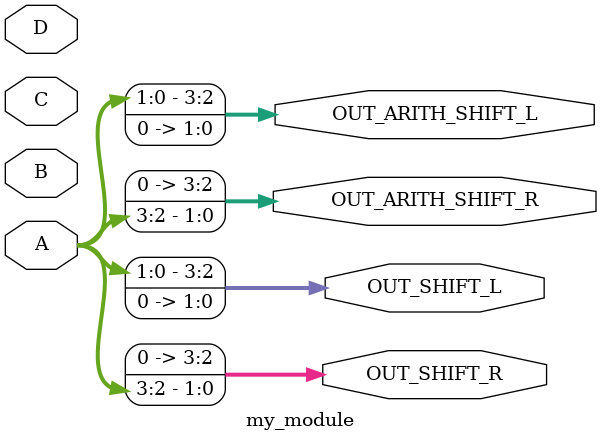
<source format=v>
`timescale 1ns / 1ps // ½Ã°£ ´ÜÀ§ / ½Ã¹Ä·¹ÀÌ¼Ç ´ÜÀ§


module my_module(
    input [3:0] A,
    input [3:0] B,
    input [3:0] C,
    input [3:0] D,
    //output [3:0] OUT_AND,
    //output [3:0] OUT_OR,
    //output [3:0] OUT_XOR,
    //output [3:0] OUT_NOT
    
    //output OUT_AND,
    //output OUT_OR,
    //output OUT_TEST,
    //output OUT_NOT
    
    //output OUT_L,
    //output OUT_G,
    //output OUT_LE,
    //output OUT_GE
    
    //output [1:0] OUT_LOGIC_E,
    //output [1:0] OUT_LOGIC_NE,
    //output [1:0] OUT_CASE_E,
    //output [1:0] OUT_CASE_NE
    
    //output [1:0] OUT_RE_AND,
    //output [1:0] OUT_RE_NAND,
    //output [1:0] OUT_RE_OR,
    //output [1:0] OUT_RE_NOR,
    //output [1:0] OUT_RE_XOR,
    //output [1:0] OUT_RE_XNOR
    
    //output [3:0] OUT_CONDITION,
    //output [7:0] OUT_CONCATENATION,
    //output [11:0] OUT_REPLICATION
    
    output [3:0] OUT_SHIFT_R,
    output [3:0] OUT_SHIFT_L,
    output [3:0] OUT_ARITH_SHIFT_R,
    output [3:0] OUT_ARITH_SHIFT_L
    );
    
    //assign OUT_AND = A & B;
    //assign OUT_OR = A | C;
    //assign OUT_XOR = A ^ C;
    //assign OUT_NOT = ~C;
    
    //assign OUT_AND = A && B;
    //assign OUT_OR = A || C;
    //assign OUT_TEST = A && C; // ³ªÀÇ ±Ã±ÝÁõÀ» À§ÇÑ Å×½ºÆ®
    //assign OUT_NOT = !C;
    
    //assign OUT_L = A < B;
    //assign OUT_G = A > B;
    //assign OUT_LE = A <= B;
    //assign OUT_GE = A >= B;
    
    //assign OUT_LOGIC_E[0] = A == B;
    //assign OUT_LOGIC_NE[0] = A != B;
    //assign OUT_CASE_E[0] = A === B; // X³ª Z¸¦ Æ÷ÇÔÇØµµ °°À¸¸é 1
    //assign OUT_CASE_NE[0] = A !== B; // X³ª Z¸¦ Æ÷ÇÔÇØµµ °°À¸¸é 1
    //assign OUT_LOGIC_E[1] = C == D;
    //assign OUT_LOGIC_NE[1] = C != D;
    //assign OUT_CASE_E[1] = C === D; // X³ª Z¸¦ Æ÷ÇÔÇØµµ °°À¸¸é 1
    //assign OUT_CASE_NE[1] = C !== D; // X³ª Z¸¦ Æ÷ÇÔÇØµµ °°À¸¸é 1
    
    //assign OUT_RE_AND[0] = &A;
    //assign OUT_RE_NAND[0] = ~&A;
    //assign OUT_RE_OR[0] = |A;
    //assign OUT_RE_NOR[0] = ~|A;
    //assign OUT_RE_XOR[0] = ^A;
    //assign OUT_RE_XNOR[0] = ~^A;
    //assign OUT_RE_AND[1] = &B;
    //assign OUT_RE_NAND[1] = ~&B;
    //assign OUT_RE_OR[1] = |B;
    //assign OUT_RE_NOR[1] = ~|B;
    //assign OUT_RE_XOR[1] = ^B;
    //assign OUT_RE_XNOR[1] = ~^B;
    
    //assign OUT_CONDITION = A ? B : C; //4 bit Multiplexer
    //assign OUT_CONCATENATION = {A, B};
    //assign OUT_REPLICATION = {A, {2{B}}};
    
    assign #3 OUT_SHIFT_R = A >> 2;
    assign #3 OUT_SHIFT_L = A << 2;
    assign #3 OUT_ARITH_SHIFT_R = A >>> 2;
    assign #3 OUT_ARITH_SHIFT_L = A <<< 2;
endmodule

</source>
